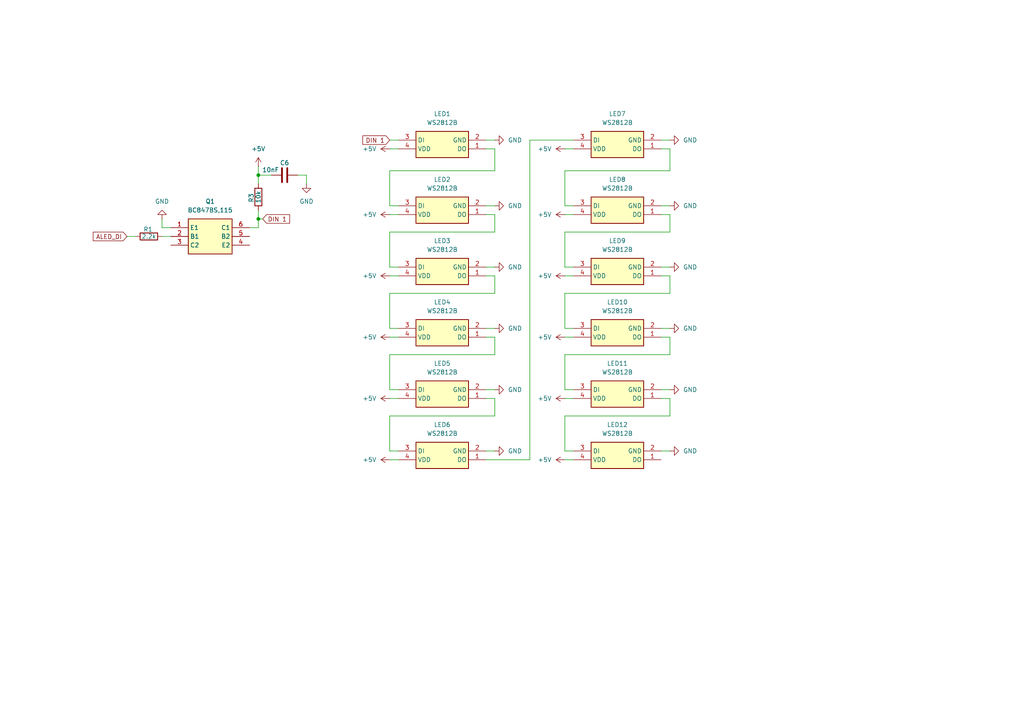
<source format=kicad_sch>
(kicad_sch (version 20231120) (generator "eeschema") (generator_version "8.0")
  (paper "A4")
  (lib_symbols
    (symbol "BC847BS_115:BC847BS,115"
      (property "Reference" "Q" (at 19.05 7.62 0))
      (property "Value" "BC847BS,115" (at 19.05 5.08 0))
      (symbol "BC847BS,115_1_1"
        (rectangle (start 5.08 2.54) (end 17.78 -7.62) (stroke (width 0.254)) (fill (type background)))
        (pin passive line (at 0 0 0) (length 5.08) (name "E1") (number "1"))
        (pin passive line (at 0 -2.54 0) (length 5.08) (name "B1") (number "2"))
        (pin passive line (at 0 -5.08 0) (length 5.08) (name "C2") (number "3"))
        (pin passive line (at 22.86 -5.08 180) (length 5.08) (name "E2") (number "4"))
        (pin passive line (at 22.86 -2.54 180) (length 5.08) (name "B2") (number "5"))
        (pin passive line (at 22.86 0 180) (length 5.08) (name "C1") (number "6"))
      )
    )
    (symbol "Device:C" (pin_numbers hide) (pin_names (offset 0.254))
      (property "Reference" "C" (at 0.635 2.54 0))
      (property "Value" "C" (at 0.635 -2.54 0))
      (symbol "C_0_1"
        (polyline (pts (xy -2.032 -0.762) (xy 2.032 -0.762)) (stroke (width 0.508)))
        (polyline (pts (xy -2.032 0.762) (xy 2.032 0.762)) (stroke (width 0.508)))
      )
      (symbol "C_1_1"
        (pin passive line (at 0 3.81 270) (length 2.794) (name "~") (number "1"))
        (pin passive line (at 0 -3.81 90) (length 2.794) (name "~") (number "2"))
      )
    )
    (symbol "Device:R" (pin_numbers hide) (pin_names (offset 0))
      (property "Reference" "R" (at 2.032 0 90))
      (property "Value" "R" (at 0 0 90))
      (symbol "R_0_1"
        (rectangle (start -1.016 -2.54) (end 1.016 2.54) (stroke (width 0.254)))
      )
      (symbol "R_1_1"
        (pin passive line (at 0 3.81 270) (length 1.27) (name "~") (number "1"))
        (pin passive line (at 0 -3.81 90) (length 1.27) (name "~") (number "2"))
      )
    )
    (symbol "XINGLIGHT XL-1515RGBC-WS2812B:XINGLIGHT_XL-1515RGBC-WS2812B"
      (property "Reference" "LED" (at 21.59 7.62 0))
      (property "Value" "WS2812B" (at 21.59 5.08 0))
      (symbol "XINGLIGHT_XL-1515RGBC-WS2812B_1_1"
        (rectangle (start 5.08 2.54) (end 20.32 -5.08) (stroke (width 0.254)) (fill (type background)))
        (pin passive line (at 25.4 -2.54 180) (length 5.08) (name "DO") (number "1"))
        (pin passive line (at 25.4 0 180) (length 5.08) (name "GND") (number "2"))
        (pin passive line (at 0 0 0) (length 5.08) (name "DI") (number "3"))
        (pin passive line (at 0 -2.54 0) (length 5.08) (name "VDD") (number "4"))
      )
    )
    (symbol "power:+5V" (power) (pin_numbers hide) (pin_names (offset 0) hide)
      (property "Value" "+5V" (at 0 3.556 0))
      (symbol "+5V_0_1"
        (polyline (pts (xy -0.762 1.27) (xy 0 2.54)))
        (polyline (pts (xy 0 0) (xy 0 2.54)))
        (polyline (pts (xy 0 2.54) (xy 0.762 1.27)))
      )
      (symbol "+5V_1_1"
        (pin power_in line (at 0 0 90) (length 0) (name "~") (number "1"))
      )
    )
    (symbol "power:GND" (power) (pin_numbers hide) (pin_names (offset 0) hide)
      (property "Value" "GND" (at 0 -3.81 0))
      (symbol "GND_0_1"
        (polyline (pts (xy 0 0) (xy 0 -1.27) (xy 1.27 -1.27) (xy 0 -2.54) (xy -1.27 -1.27) (xy 0 -1.27)))
      )
      (symbol "GND_1_1"
        (pin power_in line (at 0 0 270) (length 0) (name "~") (number "1"))
      )
    )
  )
  (junction (at 74.93 63.5))
  (junction (at 74.93 50.8))
  (wire (pts (xy 163.83 77.47) (xy 166.37 77.47)))
  (wire (pts (xy 74.93 48.26) (xy 74.93 50.8)))
  (wire (pts (xy 140.97 115.57) (xy 143.51 115.57)))
  (wire (pts (xy 143.51 85.09) (xy 113.03 85.09)))
  (wire (pts (xy 143.51 120.65) (xy 113.03 120.65)))
  (wire (pts (xy 191.77 113.03) (xy 194.31 113.03)))
  (wire (pts (xy 74.93 50.8) (xy 78.74 50.8)))
  (wire (pts (xy 46.99 68.58) (xy 49.53 68.58)))
  (wire (pts (xy 163.83 133.35) (xy 166.37 133.35)))
  (wire (pts (xy 140.97 113.03) (xy 143.51 113.03)))
  (wire (pts (xy 194.31 85.09) (xy 163.83 85.09)))
  (wire (pts (xy 113.03 120.65) (xy 113.03 130.81)))
  (wire (pts (xy 113.03 40.64) (xy 115.57 40.64)))
  (wire (pts (xy 143.51 43.18) (xy 143.51 49.53)))
  (wire (pts (xy 191.77 59.69) (xy 194.31 59.69)))
  (wire (pts (xy 194.31 67.31) (xy 163.83 67.31)))
  (wire (pts (xy 191.77 77.47) (xy 194.31 77.47)))
  (wire (pts (xy 140.97 62.23) (xy 143.51 62.23)))
  (wire (pts (xy 163.83 43.18) (xy 166.37 43.18)))
  (wire (pts (xy 74.93 63.5) (xy 74.93 60.96)))
  (wire (pts (xy 140.97 133.35) (xy 153.67 133.35)))
  (wire (pts (xy 194.31 102.87) (xy 163.83 102.87)))
  (wire (pts (xy 113.03 130.81) (xy 115.57 130.81)))
  (wire (pts (xy 140.97 59.69) (xy 143.51 59.69)))
  (wire (pts (xy 163.83 113.03) (xy 166.37 113.03)))
  (wire (pts (xy 191.77 62.23) (xy 194.31 62.23)))
  (wire (pts (xy 140.97 95.25) (xy 143.51 95.25)))
  (wire (pts (xy 113.03 95.25) (xy 115.57 95.25)))
  (wire (pts (xy 72.39 66.04) (xy 74.93 66.04)))
  (wire (pts (xy 163.83 49.53) (xy 163.83 59.69)))
  (wire (pts (xy 140.97 80.01) (xy 143.51 80.01)))
  (wire (pts (xy 194.31 97.79) (xy 194.31 102.87)))
  (wire (pts (xy 86.36 50.8) (xy 88.9 50.8)))
  (wire (pts (xy 163.83 130.81) (xy 166.37 130.81)))
  (wire (pts (xy 140.97 77.47) (xy 143.51 77.47)))
  (wire (pts (xy 143.51 67.31) (xy 113.03 67.31)))
  (wire (pts (xy 194.31 115.57) (xy 194.31 120.65)))
  (wire (pts (xy 191.77 95.25) (xy 194.31 95.25)))
  (wire (pts (xy 74.93 66.04) (xy 74.93 63.5)))
  (wire (pts (xy 113.03 62.23) (xy 115.57 62.23)))
  (wire (pts (xy 194.31 120.65) (xy 163.83 120.65)))
  (wire (pts (xy 163.83 59.69) (xy 166.37 59.69)))
  (wire (pts (xy 140.97 130.81) (xy 143.51 130.81)))
  (wire (pts (xy 143.51 102.87) (xy 113.03 102.87)))
  (wire (pts (xy 163.83 80.01) (xy 166.37 80.01)))
  (wire (pts (xy 153.67 40.64) (xy 166.37 40.64)))
  (wire (pts (xy 194.31 43.18) (xy 194.31 49.53)))
  (wire (pts (xy 191.77 80.01) (xy 194.31 80.01)))
  (wire (pts (xy 113.03 43.18) (xy 115.57 43.18)))
  (wire (pts (xy 191.77 40.64) (xy 194.31 40.64)))
  (wire (pts (xy 113.03 67.31) (xy 113.03 77.47)))
  (wire (pts (xy 46.99 66.04) (xy 49.53 66.04)))
  (wire (pts (xy 194.31 62.23) (xy 194.31 67.31)))
  (wire (pts (xy 76.2 63.5) (xy 74.93 63.5)))
  (wire (pts (xy 113.03 133.35) (xy 115.57 133.35)))
  (wire (pts (xy 143.51 97.79) (xy 143.51 102.87)))
  (wire (pts (xy 113.03 102.87) (xy 113.03 113.03)))
  (wire (pts (xy 191.77 115.57) (xy 194.31 115.57)))
  (wire (pts (xy 163.83 97.79) (xy 166.37 97.79)))
  (wire (pts (xy 191.77 130.81) (xy 194.31 130.81)))
  (wire (pts (xy 163.83 62.23) (xy 166.37 62.23)))
  (wire (pts (xy 113.03 59.69) (xy 115.57 59.69)))
  (wire (pts (xy 163.83 95.25) (xy 166.37 95.25)))
  (wire (pts (xy 113.03 85.09) (xy 113.03 95.25)))
  (wire (pts (xy 191.77 43.18) (xy 194.31 43.18)))
  (wire (pts (xy 74.93 50.8) (xy 74.93 53.34)))
  (wire (pts (xy 153.67 133.35) (xy 153.67 40.64)))
  (wire (pts (xy 143.51 49.53) (xy 113.03 49.53)))
  (wire (pts (xy 113.03 97.79) (xy 115.57 97.79)))
  (wire (pts (xy 113.03 115.57) (xy 115.57 115.57)))
  (wire (pts (xy 143.51 62.23) (xy 143.51 67.31)))
  (wire (pts (xy 191.77 97.79) (xy 194.31 97.79)))
  (wire (pts (xy 163.83 67.31) (xy 163.83 77.47)))
  (wire (pts (xy 113.03 80.01) (xy 115.57 80.01)))
  (wire (pts (xy 140.97 97.79) (xy 143.51 97.79)))
  (wire (pts (xy 36.83 68.58) (xy 39.37 68.58)))
  (wire (pts (xy 143.51 115.57) (xy 143.51 120.65)))
  (wire (pts (xy 88.9 50.8) (xy 88.9 53.34)))
  (wire (pts (xy 143.51 80.01) (xy 143.51 85.09)))
  (wire (pts (xy 113.03 77.47) (xy 115.57 77.47)))
  (wire (pts (xy 113.03 113.03) (xy 115.57 113.03)))
  (wire (pts (xy 194.31 49.53) (xy 163.83 49.53)))
  (wire (pts (xy 140.97 43.18) (xy 143.51 43.18)))
  (wire (pts (xy 163.83 115.57) (xy 166.37 115.57)))
  (wire (pts (xy 194.31 80.01) (xy 194.31 85.09)))
  (wire (pts (xy 140.97 40.64) (xy 143.51 40.64)))
  (wire (pts (xy 163.83 120.65) (xy 163.83 130.81)))
  (wire (pts (xy 113.03 49.53) (xy 113.03 59.69)))
  (wire (pts (xy 46.99 63.5) (xy 46.99 66.04)))
  (wire (pts (xy 163.83 85.09) (xy 163.83 95.25)))
  (wire (pts (xy 163.83 102.87) (xy 163.83 113.03)))
  (global_label "DIN 1" (shape input) (at 113.03 40.64 180) (property "Intersheetrefs" "${INTERSHEET_REFS}" (effects (hide yes))))
  (global_label "DIN 1" (shape input) (at 76.2 63.5 0) (property "Intersheetrefs" "${INTERSHEET_REFS}" (effects (hide yes))))
  (global_label "ALED_DI" (shape input) (at 36.83 68.58 180) (property "Intersheetrefs" "${INTERSHEET_REFS}" (effects (hide yes))))
  (symbol (lib_id "power:GND") (at 194.31 130.81 90) (unit 1)
    (property "Reference" "#PWR078" (effects (hide yes)))
    (property "Value" "GND" (at 198.12 130.8099 90) (effects (justify right)))
    (property "Description" "Power symbol creates a global label with name \"GND\" , ground" (effects (hide yes)))
  )
  (symbol (lib_id "power:+5V") (at 113.03 62.23 90) (unit 1)
    (property "Reference" "#PWR053" (effects (hide yes)))
    (property "Value" "+5V" (at 109.22 62.2299 90) (effects (justify left)))
    (property "Description" "Power symbol creates a global label with name \"+5V\"" (effects (hide yes)))
  )
  (symbol (lib_id "power:+5V") (at 163.83 133.35 90) (unit 1)
    (property "Reference" "#PWR072" (effects (hide yes)))
    (property "Value" "+5V" (at 160.02 133.3499 90) (effects (justify left)))
    (property "Description" "Power symbol creates a global label with name \"+5V\"" (effects (hide yes)))
  )
  (symbol (lib_id "BC847BS_115:BC847BS,115") (at 49.53 66.04 0) (unit 1)
    (property "Reference" "Q1" (at 60.96 58.42 0))
    (property "Value" "BC847BS,115" (at 60.96 60.96 0))
    (property "Footprint" "BC847BS:SOT65P210X110-6N" (effects (hide yes)))
    (property "Datasheet" "https://assets.nexperia.com/documents/data-sheet/BC847BS.pdf" (effects (hide yes)))
    (property "Description" "Nexperia BC847BS,115 Dual NPN Transistor, 100 mA, 45 V, 6-Pin SOT-363" (effects (hide yes)))
    (property "Height" "1.1" (effects (hide yes)))
    (property "Mouser Part Number" "771-BC847BS-T/R" (effects (hide yes)))
    (property "Mouser Price/Stock" "https://www.mouser.co.uk/ProductDetail/Nexperia/BC847BS115?qs=me8TqzrmIYXy2TZEvQyxww%3D%3D" (effects (hide yes)))
    (property "Manufacturer_Name" "Nexperia" (effects (hide yes)))
    (property "Manufacturer_Part_Number" "BC847BS,115" (effects (hide yes)))
  )
  (symbol (lib_id "XINGLIGHT XL-1515RGBC-WS2812B:XINGLIGHT_XL-1515RGBC-WS2812B") (at 166.37 77.47 0) (unit 1)
    (property "Reference" "LED9" (at 179.07 69.85 0))
    (property "Value" "WS2812B" (at 179.07 72.39 0))
    (property "Footprint" "XINGLIGHT XL-1515RGBC-WS2812B:XINGLIGHT XL-1515RGBC-WS2812B" (effects (hide yes)))
    (property "Datasheet" "https://cdn-shop.adafruit.com/product-files/4684/4684_WS2812B-2020_V1.3_EN.pdf" (effects (hide yes)))
    (property "Description" "XINGLIGHT XL-1515RGBC-WS2812B" (effects (hide yes)))
    (property "Height" "0.84" (effects (hide yes)))
    (property "Mouser Part Number" "485-4684" (effects (hide yes)))
    (property "Mouser Price/Stock" "https://www.mouser.co.uk/ProductDetail/Adafruit/4684?qs=DPoM0jnrROWIv9%2FMCIm5vw%3D%3D" (effects (hide yes)))
    (property "Manufacturer_Name" "Adafruit" (effects (hide yes)))
    (property "Manufacturer_Part_Number" "4684" (effects (hide yes)))
  )
  (symbol (lib_id "power:+5V") (at 113.03 115.57 90) (unit 1)
    (property "Reference" "#PWR059" (effects (hide yes)))
    (property "Value" "+5V" (at 109.22 115.5699 90) (effects (justify left)))
    (property "Description" "Power symbol creates a global label with name \"+5V\"" (effects (hide yes)))
  )
  (symbol (lib_id "power:GND") (at 194.31 95.25 90) (unit 1)
    (property "Reference" "#PWR076" (effects (hide yes)))
    (property "Value" "GND" (at 198.12 95.2499 90) (effects (justify right)))
    (property "Description" "Power symbol creates a global label with name \"GND\" , ground" (effects (hide yes)))
  )
  (symbol (lib_id "XINGLIGHT XL-1515RGBC-WS2812B:XINGLIGHT_XL-1515RGBC-WS2812B") (at 115.57 130.81 0) (unit 1)
    (property "Reference" "LED6" (at 128.27 123.19 0))
    (property "Value" "WS2812B" (at 128.27 125.73 0))
    (property "Footprint" "XINGLIGHT XL-1515RGBC-WS2812B:XINGLIGHT XL-1515RGBC-WS2812B" (effects (hide yes)))
    (property "Datasheet" "https://cdn-shop.adafruit.com/product-files/4684/4684_WS2812B-2020_V1.3_EN.pdf" (effects (hide yes)))
    (property "Description" "XINGLIGHT XL-1515RGBC-WS2812B" (effects (hide yes)))
    (property "Height" "0.84" (effects (hide yes)))
    (property "Mouser Part Number" "485-4684" (effects (hide yes)))
    (property "Mouser Price/Stock" "https://www.mouser.co.uk/ProductDetail/Adafruit/4684?qs=DPoM0jnrROWIv9%2FMCIm5vw%3D%3D" (effects (hide yes)))
    (property "Manufacturer_Name" "Adafruit" (effects (hide yes)))
    (property "Manufacturer_Part_Number" "4684" (effects (hide yes)))
  )
  (symbol (lib_id "power:GND") (at 143.51 113.03 90) (unit 1)
    (property "Reference" "#PWR064" (effects (hide yes)))
    (property "Value" "GND" (at 147.32 113.0299 90) (effects (justify right)))
    (property "Description" "Power symbol creates a global label with name \"GND\" , ground" (effects (hide yes)))
  )
  (symbol (lib_id "power:GND") (at 46.99 63.5 180) (unit 1)
    (property "Reference" "#PWR079" (effects (hide yes)))
    (property "Value" "GND" (at 46.99 58.42 0))
    (property "Description" "Power symbol creates a global label with name \"GND\" , ground" (effects (hide yes)))
  )
  (symbol (lib_id "XINGLIGHT XL-1515RGBC-WS2812B:XINGLIGHT_XL-1515RGBC-WS2812B") (at 166.37 40.64 0) (unit 1)
    (property "Reference" "LED7" (at 179.07 33.02 0))
    (property "Value" "WS2812B" (at 179.07 35.56 0))
    (property "Footprint" "XINGLIGHT XL-1515RGBC-WS2812B:XINGLIGHT XL-1515RGBC-WS2812B" (effects (hide yes)))
    (property "Datasheet" "https://cdn-shop.adafruit.com/product-files/4684/4684_WS2812B-2020_V1.3_EN.pdf" (effects (hide yes)))
    (property "Description" "XINGLIGHT XL-1515RGBC-WS2812B" (effects (hide yes)))
    (property "Height" "0.84" (effects (hide yes)))
    (property "Mouser Part Number" "485-4684" (effects (hide yes)))
    (property "Mouser Price/Stock" "https://www.mouser.co.uk/ProductDetail/Adafruit/4684?qs=DPoM0jnrROWIv9%2FMCIm5vw%3D%3D" (effects (hide yes)))
    (property "Manufacturer_Name" "Adafruit" (effects (hide yes)))
    (property "Manufacturer_Part_Number" "4684" (effects (hide yes)))
  )
  (symbol (lib_id "power:GND") (at 194.31 59.69 90) (unit 1)
    (property "Reference" "#PWR074" (effects (hide yes)))
    (property "Value" "GND" (at 198.12 59.6899 90) (effects (justify right)))
    (property "Description" "Power symbol creates a global label with name \"GND\" , ground" (effects (hide yes)))
  )
  (symbol (lib_id "power:GND") (at 194.31 77.47 90) (unit 1)
    (property "Reference" "#PWR075" (effects (hide yes)))
    (property "Value" "GND" (at 198.12 77.4699 90) (effects (justify right)))
    (property "Description" "Power symbol creates a global label with name \"GND\" , ground" (effects (hide yes)))
  )
  (symbol (lib_id "power:GND") (at 143.51 130.81 90) (unit 1)
    (property "Reference" "#PWR066" (effects (hide yes)))
    (property "Value" "GND" (at 147.32 130.8099 90) (effects (justify right)))
    (property "Description" "Power symbol creates a global label with name \"GND\" , ground" (effects (hide yes)))
  )
  (symbol (lib_id "Device:R") (at 74.93 57.15 180) (unit 1)
    (property "Reference" "R3" (at 72.898 57.404 90))
    (property "Value" "10k" (at 74.93 57.15 90))
    (property "Footprint" "Resistor_SMD:R_0402_1005Metric" (effects (hide yes)))
    (property "Description" "Resistor" (effects (hide yes)))
  )
  (symbol (lib_id "power:GND") (at 143.51 95.25 90) (unit 1)
    (property "Reference" "#PWR058" (effects (hide yes)))
    (property "Value" "GND" (at 147.32 95.2499 90) (effects (justify right)))
    (property "Description" "Power symbol creates a global label with name \"GND\" , ground" (effects (hide yes)))
  )
  (symbol (lib_id "XINGLIGHT XL-1515RGBC-WS2812B:XINGLIGHT_XL-1515RGBC-WS2812B") (at 166.37 113.03 0) (unit 1)
    (property "Reference" "LED11" (at 179.07 105.41 0))
    (property "Value" "WS2812B" (at 179.07 107.95 0))
    (property "Footprint" "XINGLIGHT XL-1515RGBC-WS2812B:XINGLIGHT XL-1515RGBC-WS2812B" (effects (hide yes)))
    (property "Datasheet" "https://cdn-shop.adafruit.com/product-files/4684/4684_WS2812B-2020_V1.3_EN.pdf" (effects (hide yes)))
    (property "Description" "XINGLIGHT XL-1515RGBC-WS2812B" (effects (hide yes)))
    (property "Height" "0.84" (effects (hide yes)))
    (property "Mouser Part Number" "485-4684" (effects (hide yes)))
    (property "Mouser Price/Stock" "https://www.mouser.co.uk/ProductDetail/Adafruit/4684?qs=DPoM0jnrROWIv9%2FMCIm5vw%3D%3D" (effects (hide yes)))
    (property "Manufacturer_Name" "Adafruit" (effects (hide yes)))
    (property "Manufacturer_Part_Number" "4684" (effects (hide yes)))
  )
  (symbol (lib_id "power:+5V") (at 113.03 43.18 90) (unit 1)
    (property "Reference" "#PWR049" (effects (hide yes)))
    (property "Value" "+5V" (at 109.22 43.1799 90) (effects (justify left)))
    (property "Description" "Power symbol creates a global label with name \"+5V\"" (effects (hide yes)))
  )
  (symbol (lib_id "XINGLIGHT XL-1515RGBC-WS2812B:XINGLIGHT_XL-1515RGBC-WS2812B") (at 166.37 95.25 0) (unit 1)
    (property "Reference" "LED10" (at 179.07 87.63 0))
    (property "Value" "WS2812B" (at 179.07 90.17 0))
    (property "Footprint" "XINGLIGHT XL-1515RGBC-WS2812B:XINGLIGHT XL-1515RGBC-WS2812B" (effects (hide yes)))
    (property "Datasheet" "https://cdn-shop.adafruit.com/product-files/4684/4684_WS2812B-2020_V1.3_EN.pdf" (effects (hide yes)))
    (property "Description" "XINGLIGHT XL-1515RGBC-WS2812B" (effects (hide yes)))
    (property "Height" "0.84" (effects (hide yes)))
    (property "Mouser Part Number" "485-4684" (effects (hide yes)))
    (property "Mouser Price/Stock" "https://www.mouser.co.uk/ProductDetail/Adafruit/4684?qs=DPoM0jnrROWIv9%2FMCIm5vw%3D%3D" (effects (hide yes)))
    (property "Manufacturer_Name" "Adafruit" (effects (hide yes)))
    (property "Manufacturer_Part_Number" "4684" (effects (hide yes)))
  )
  (symbol (lib_id "power:+5V") (at 113.03 97.79 90) (unit 1)
    (property "Reference" "#PWR057" (effects (hide yes)))
    (property "Value" "+5V" (at 109.22 97.7899 90) (effects (justify left)))
    (property "Description" "Power symbol creates a global label with name \"+5V\"" (effects (hide yes)))
  )
  (symbol (lib_id "power:+5V") (at 163.83 115.57 90) (unit 1)
    (property "Reference" "#PWR071" (effects (hide yes)))
    (property "Value" "+5V" (at 160.02 115.5699 90) (effects (justify left)))
    (property "Description" "Power symbol creates a global label with name \"+5V\"" (effects (hide yes)))
  )
  (symbol (lib_id "XINGLIGHT XL-1515RGBC-WS2812B:XINGLIGHT_XL-1515RGBC-WS2812B") (at 115.57 40.64 0) (unit 1)
    (property "Reference" "LED1" (at 128.27 33.02 0))
    (property "Value" "WS2812B" (at 128.27 35.56 0))
    (property "Footprint" "XINGLIGHT XL-1515RGBC-WS2812B:XINGLIGHT XL-1515RGBC-WS2812B" (effects (hide yes)))
    (property "Datasheet" "https://cdn-shop.adafruit.com/product-files/4684/4684_WS2812B-2020_V1.3_EN.pdf" (effects (hide yes)))
    (property "Description" "XINGLIGHT XL-1515RGBC-WS2812B" (effects (hide yes)))
    (property "Height" "0.84" (effects (hide yes)))
    (property "Mouser Part Number" "485-4684" (effects (hide yes)))
    (property "Mouser Price/Stock" "https://www.mouser.co.uk/ProductDetail/Adafruit/4684?qs=DPoM0jnrROWIv9%2FMCIm5vw%3D%3D" (effects (hide yes)))
    (property "Manufacturer_Name" "Adafruit" (effects (hide yes)))
    (property "Manufacturer_Part_Number" "4684" (effects (hide yes)))
  )
  (symbol (lib_id "power:GND") (at 194.31 40.64 90) (unit 1)
    (property "Reference" "#PWR073" (effects (hide yes)))
    (property "Value" "GND" (at 198.12 40.6399 90) (effects (justify right)))
    (property "Description" "Power symbol creates a global label with name \"GND\" , ground" (effects (hide yes)))
  )
  (symbol (lib_id "power:+5V") (at 113.03 133.35 90) (unit 1)
    (property "Reference" "#PWR065" (effects (hide yes)))
    (property "Value" "+5V" (at 109.22 133.3499 90) (effects (justify left)))
    (property "Description" "Power symbol creates a global label with name \"+5V\"" (effects (hide yes)))
  )
  (symbol (lib_id "power:GND") (at 143.51 40.64 90) (unit 1)
    (property "Reference" "#PWR052" (effects (hide yes)))
    (property "Value" "GND" (at 147.32 40.6399 90) (effects (justify right)))
    (property "Description" "Power symbol creates a global label with name \"GND\" , ground" (effects (hide yes)))
  )
  (symbol (lib_id "power:+5V") (at 113.03 80.01 90) (unit 1)
    (property "Reference" "#PWR055" (effects (hide yes)))
    (property "Value" "+5V" (at 109.22 80.0099 90) (effects (justify left)))
    (property "Description" "Power symbol creates a global label with name \"+5V\"" (effects (hide yes)))
  )
  (symbol (lib_id "power:GND") (at 143.51 77.47 90) (unit 1)
    (property "Reference" "#PWR056" (effects (hide yes)))
    (property "Value" "GND" (at 147.32 77.4699 90) (effects (justify right)))
    (property "Description" "Power symbol creates a global label with name \"GND\" , ground" (effects (hide yes)))
  )
  (symbol (lib_id "power:+5V") (at 74.93 48.26 0) (unit 1)
    (property "Reference" "#PWR082" (effects (hide yes)))
    (property "Value" "+5V" (at 74.93 43.18 0))
    (property "Description" "Power symbol creates a global label with name \"+5V\"" (effects (hide yes)))
  )
  (symbol (lib_id "power:GND") (at 194.31 113.03 90) (unit 1)
    (property "Reference" "#PWR077" (effects (hide yes)))
    (property "Value" "GND" (at 198.12 113.0299 90) (effects (justify right)))
    (property "Description" "Power symbol creates a global label with name \"GND\" , ground" (effects (hide yes)))
  )
  (symbol (lib_id "XINGLIGHT XL-1515RGBC-WS2812B:XINGLIGHT_XL-1515RGBC-WS2812B") (at 166.37 59.69 0) (unit 1)
    (property "Reference" "LED8" (at 179.07 52.07 0))
    (property "Value" "WS2812B" (at 179.07 54.61 0))
    (property "Footprint" "XINGLIGHT XL-1515RGBC-WS2812B:XINGLIGHT XL-1515RGBC-WS2812B" (effects (hide yes)))
    (property "Datasheet" "https://cdn-shop.adafruit.com/product-files/4684/4684_WS2812B-2020_V1.3_EN.pdf" (effects (hide yes)))
    (property "Description" "XINGLIGHT XL-1515RGBC-WS2812B" (effects (hide yes)))
    (property "Height" "0.84" (effects (hide yes)))
    (property "Mouser Part Number" "485-4684" (effects (hide yes)))
    (property "Mouser Price/Stock" "https://www.mouser.co.uk/ProductDetail/Adafruit/4684?qs=DPoM0jnrROWIv9%2FMCIm5vw%3D%3D" (effects (hide yes)))
    (property "Manufacturer_Name" "Adafruit" (effects (hide yes)))
    (property "Manufacturer_Part_Number" "4684" (effects (hide yes)))
  )
  (symbol (lib_id "power:+5V") (at 163.83 97.79 90) (unit 1)
    (property "Reference" "#PWR070" (effects (hide yes)))
    (property "Value" "+5V" (at 160.02 97.7899 90) (effects (justify left)))
    (property "Description" "Power symbol creates a global label with name \"+5V\"" (effects (hide yes)))
  )
  (symbol (lib_id "power:+5V") (at 163.83 43.18 90) (unit 1)
    (property "Reference" "#PWR067" (effects (hide yes)))
    (property "Value" "+5V" (at 160.02 43.1799 90) (effects (justify left)))
    (property "Description" "Power symbol creates a global label with name \"+5V\"" (effects (hide yes)))
  )
  (symbol (lib_id "power:GND") (at 88.9 53.34 0) (unit 1)
    (property "Reference" "#PWR084" (effects (hide yes)))
    (property "Value" "GND" (at 88.9 58.42 0))
    (property "Description" "Power symbol creates a global label with name \"GND\" , ground" (effects (hide yes)))
  )
  (symbol (lib_id "power:GND") (at 143.51 59.69 90) (unit 1)
    (property "Reference" "#PWR054" (effects (hide yes)))
    (property "Value" "GND" (at 147.32 59.6899 90) (effects (justify right)))
    (property "Description" "Power symbol creates a global label with name \"GND\" , ground" (effects (hide yes)))
  )
  (symbol (lib_id "XINGLIGHT XL-1515RGBC-WS2812B:XINGLIGHT_XL-1515RGBC-WS2812B") (at 166.37 130.81 0) (unit 1)
    (property "Reference" "LED12" (at 179.07 123.19 0))
    (property "Value" "WS2812B" (at 179.07 125.73 0))
    (property "Footprint" "XINGLIGHT XL-1515RGBC-WS2812B:XINGLIGHT XL-1515RGBC-WS2812B" (effects (hide yes)))
    (property "Datasheet" "https://cdn-shop.adafruit.com/product-files/4684/4684_WS2812B-2020_V1.3_EN.pdf" (effects (hide yes)))
    (property "Description" "XINGLIGHT XL-1515RGBC-WS2812B" (effects (hide yes)))
    (property "Height" "0.84" (effects (hide yes)))
    (property "Mouser Part Number" "485-4684" (effects (hide yes)))
    (property "Mouser Price/Stock" "https://www.mouser.co.uk/ProductDetail/Adafruit/4684?qs=DPoM0jnrROWIv9%2FMCIm5vw%3D%3D" (effects (hide yes)))
    (property "Manufacturer_Name" "Adafruit" (effects (hide yes)))
    (property "Manufacturer_Part_Number" "4684" (effects (hide yes)))
  )
  (symbol (lib_id "XINGLIGHT XL-1515RGBC-WS2812B:XINGLIGHT_XL-1515RGBC-WS2812B") (at 115.57 59.69 0) (unit 1)
    (property "Reference" "LED2" (at 128.27 52.07 0))
    (property "Value" "WS2812B" (at 128.27 54.61 0))
    (property "Footprint" "XINGLIGHT XL-1515RGBC-WS2812B:XINGLIGHT XL-1515RGBC-WS2812B" (effects (hide yes)))
    (property "Datasheet" "https://cdn-shop.adafruit.com/product-files/4684/4684_WS2812B-2020_V1.3_EN.pdf" (effects (hide yes)))
    (property "Description" "XINGLIGHT XL-1515RGBC-WS2812B" (effects (hide yes)))
    (property "Height" "0.84" (effects (hide yes)))
    (property "Mouser Part Number" "485-4684" (effects (hide yes)))
    (property "Mouser Price/Stock" "https://www.mouser.co.uk/ProductDetail/Adafruit/4684?qs=DPoM0jnrROWIv9%2FMCIm5vw%3D%3D" (effects (hide yes)))
    (property "Manufacturer_Name" "Adafruit" (effects (hide yes)))
    (property "Manufacturer_Part_Number" "4684" (effects (hide yes)))
  )
  (symbol (lib_id "Device:R") (at 43.18 68.58 90) (unit 1)
    (property "Reference" "R1" (at 42.926 66.548 90))
    (property "Value" "2.2k" (at 43.18 68.58 90))
    (property "Footprint" "Resistor_SMD:R_0402_1005Metric" (effects (hide yes)))
    (property "Description" "Resistor" (effects (hide yes)))
  )
  (symbol (lib_id "Device:C") (at 82.55 50.8 90) (unit 1)
    (property "Reference" "C6" (at 82.55 47.244 90))
    (property "Value" "10nF" (at 78.486 49.276 90))
    (property "Footprint" "Capacitor_SMD:C_0402_1005Metric" (effects (hide yes)))
    (property "Description" "Unpolarized capacitor" (effects (hide yes)))
  )
  (symbol (lib_id "power:+5V") (at 163.83 62.23 90) (unit 1)
    (property "Reference" "#PWR068" (effects (hide yes)))
    (property "Value" "+5V" (at 160.02 62.2299 90) (effects (justify left)))
    (property "Description" "Power symbol creates a global label with name \"+5V\"" (effects (hide yes)))
  )
  (symbol (lib_id "XINGLIGHT XL-1515RGBC-WS2812B:XINGLIGHT_XL-1515RGBC-WS2812B") (at 115.57 95.25 0) (unit 1)
    (property "Reference" "LED4" (at 128.27 87.63 0))
    (property "Value" "WS2812B" (at 128.27 90.17 0))
    (property "Footprint" "XINGLIGHT XL-1515RGBC-WS2812B:XINGLIGHT XL-1515RGBC-WS2812B" (effects (hide yes)))
    (property "Datasheet" "https://cdn-shop.adafruit.com/product-files/4684/4684_WS2812B-2020_V1.3_EN.pdf" (effects (hide yes)))
    (property "Description" "XINGLIGHT XL-1515RGBC-WS2812B" (effects (hide yes)))
    (property "Height" "0.84" (effects (hide yes)))
    (property "Mouser Part Number" "485-4684" (effects (hide yes)))
    (property "Mouser Price/Stock" "https://www.mouser.co.uk/ProductDetail/Adafruit/4684?qs=DPoM0jnrROWIv9%2FMCIm5vw%3D%3D" (effects (hide yes)))
    (property "Manufacturer_Name" "Adafruit" (effects (hide yes)))
    (property "Manufacturer_Part_Number" "4684" (effects (hide yes)))
  )
  (symbol (lib_id "XINGLIGHT XL-1515RGBC-WS2812B:XINGLIGHT_XL-1515RGBC-WS2812B") (at 115.57 113.03 0) (unit 1)
    (property "Reference" "LED5" (at 128.27 105.41 0))
    (property "Value" "WS2812B" (at 128.27 107.95 0))
    (property "Footprint" "XINGLIGHT XL-1515RGBC-WS2812B:XINGLIGHT XL-1515RGBC-WS2812B" (effects (hide yes)))
    (property "Datasheet" "https://cdn-shop.adafruit.com/product-files/4684/4684_WS2812B-2020_V1.3_EN.pdf" (effects (hide yes)))
    (property "Description" "XINGLIGHT XL-1515RGBC-WS2812B" (effects (hide yes)))
    (property "Height" "0.84" (effects (hide yes)))
    (property "Mouser Part Number" "485-4684" (effects (hide yes)))
    (property "Mouser Price/Stock" "https://www.mouser.co.uk/ProductDetail/Adafruit/4684?qs=DPoM0jnrROWIv9%2FMCIm5vw%3D%3D" (effects (hide yes)))
    (property "Manufacturer_Name" "Adafruit" (effects (hide yes)))
    (property "Manufacturer_Part_Number" "4684" (effects (hide yes)))
  )
  (symbol (lib_id "power:+5V") (at 163.83 80.01 90) (unit 1)
    (property "Reference" "#PWR069" (effects (hide yes)))
    (property "Value" "+5V" (at 160.02 80.0099 90) (effects (justify left)))
    (property "Description" "Power symbol creates a global label with name \"+5V\"" (effects (hide yes)))
  )
  (symbol (lib_id "XINGLIGHT XL-1515RGBC-WS2812B:XINGLIGHT_XL-1515RGBC-WS2812B") (at 115.57 77.47 0) (unit 1)
    (property "Reference" "LED3" (at 128.27 69.85 0))
    (property "Value" "WS2812B" (at 128.27 72.39 0))
    (property "Footprint" "XINGLIGHT XL-1515RGBC-WS2812B:XINGLIGHT XL-1515RGBC-WS2812B" (effects (hide yes)))
    (property "Datasheet" "https://cdn-shop.adafruit.com/product-files/4684/4684_WS2812B-2020_V1.3_EN.pdf" (effects (hide yes)))
    (property "Description" "XINGLIGHT XL-1515RGBC-WS2812B" (effects (hide yes)))
    (property "Height" "0.84" (effects (hide yes)))
    (property "Mouser Part Number" "485-4684" (effects (hide yes)))
    (property "Mouser Price/Stock" "https://www.mouser.co.uk/ProductDetail/Adafruit/4684?qs=DPoM0jnrROWIv9%2FMCIm5vw%3D%3D" (effects (hide yes)))
    (property "Manufacturer_Name" "Adafruit" (effects (hide yes)))
    (property "Manufacturer_Part_Number" "4684" (effects (hide yes)))
  )
)
</source>
